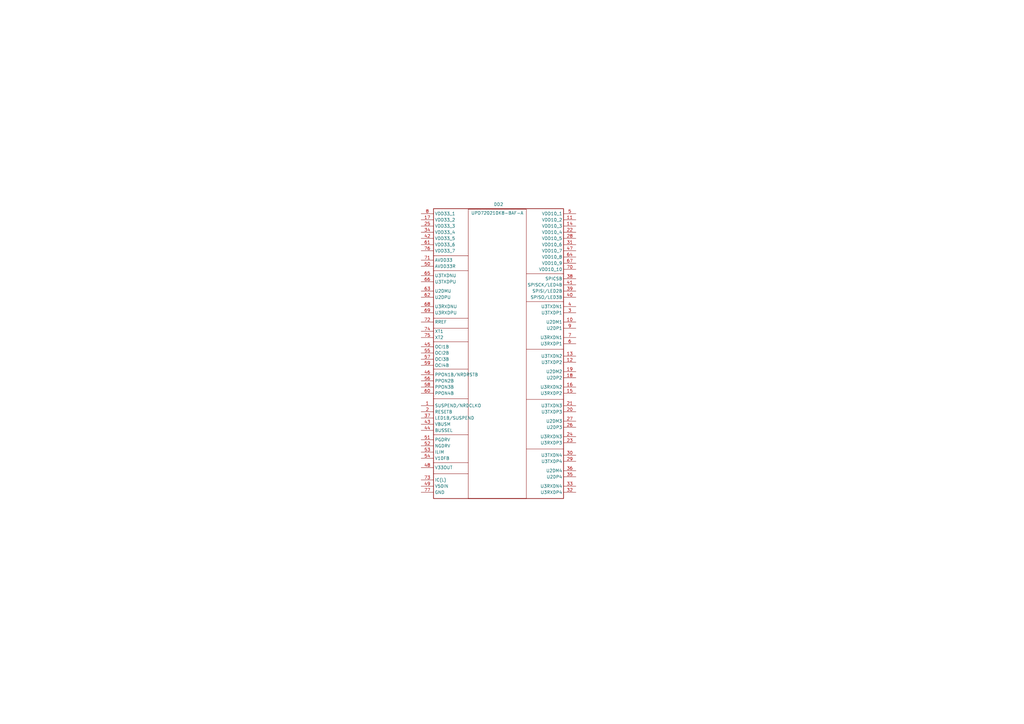
<source format=kicad_sch>
(kicad_sch (version 20250114) (generator "eeschema") (generator_version "9.0")
  (paper "A3")
  (lib_symbols
    (symbol "UPD720210K8-BAF-A:UPD720210K8-BAF-A"
      (property "Reference" "DD" (at 30.48 53.086 0))
      (property "Value" "UPD720210K8-BAF-A" (at 23.622 -69.088 0))
      (symbol "UPD720210K8-BAF-A_1_1"
        (rectangle (start 5.08 50.292) (end 58.42 -68.58) (stroke (width 0.254)))
        (polyline (pts (xy 5.08 30.988) (xy 19.304 30.988)))
        (polyline (pts (xy 5.08 24.892) (xy 19.304 24.892)))
        (polyline (pts (xy 5.08 5.334) (xy 19.304 5.334)))
        (polyline (pts (xy 5.08 1.27) (xy 19.304 1.27)))
        (polyline (pts (xy 5.08 -4.318) (xy 19.304 -4.318)))
        (polyline (pts (xy 5.08 -15.494) (xy 19.304 -15.494)))
        (polyline (pts (xy 5.08 -27.686) (xy 19.304 -27.686)))
        (polyline (pts (xy 5.08 -42.418) (xy 19.304 -42.418)))
        (polyline (pts (xy 5.08 -53.848) (xy 19.304 -53.848)))
        (polyline (pts (xy 5.08 -58.42) (xy 19.304 -58.42)))
        (rectangle (start 19.304 50.038) (end 43.18 -68.58))
        (polyline (pts (xy 43.18 23.622) (xy 58.42 23.622)))
        (polyline (pts (xy 43.18 12.192) (xy 58.42 12.192)))
        (polyline (pts (xy 43.18 -7.366) (xy 58.42 -7.366)))
        (polyline (pts (xy 43.18 -27.94) (xy 58.42 -27.94)))
        (polyline (pts (xy 43.18 -48.26) (xy 58.42 -48.26)))
        (pin passive line (at 0 48.26 0) (length 5.08) (name "VDD33_1") (number "8"))
        (pin passive line (at 0 45.72 0) (length 5.08) (name "VDD33_2") (number "17"))
        (pin passive line (at 0 43.18 0) (length 5.08) (name "VDD33_3") (number "25"))
        (pin passive line (at 0 40.64 0) (length 5.08) (name "VDD33_4") (number "34"))
        (pin passive line (at 0 38.1 0) (length 5.08) (name "VDD33_5") (number "42"))
        (pin passive line (at 0 35.56 0) (length 5.08) (name "VDD33_6") (number "61"))
        (pin passive line (at 0 33.02 0) (length 5.08) (name "VDD33_7") (number "76"))
        (pin passive line (at 0 29.21 0) (length 5.08) (name "AVDD33") (number "71"))
        (pin passive line (at 0 26.67 0) (length 5.08) (name "AVDD33R") (number "50"))
        (pin passive line (at 0 22.86 0) (length 5.08) (name "U3TXDNU") (number "65"))
        (pin passive line (at 0 20.32 0) (length 5.08) (name "U3TXDPU") (number "66"))
        (pin passive line (at 0 16.51 0) (length 5.08) (name "U2DMU") (number "63"))
        (pin passive line (at 0 13.97 0) (length 5.08) (name "U2DPU") (number "62"))
        (pin passive line (at 0 10.16 0) (length 5.08) (name "U3RXDNU") (number "68"))
        (pin passive line (at 0 7.62 0) (length 5.08) (name "U3RXDPU") (number "69"))
        (pin passive line (at 0 3.81 0) (length 5.08) (name "RREF") (number "72"))
        (pin passive line (at 0 0 0) (length 5.08) (name "XT1") (number "74"))
        (pin passive line (at 0 -2.54 0) (length 5.08) (name "XT2") (number "75"))
        (pin passive line (at 0 -6.35 0) (length 5.08) (name "OCI1B") (number "45"))
        (pin passive line (at 0 -8.89 0) (length 5.08) (name "OCI2B") (number "55"))
        (pin passive line (at 0 -11.43 0) (length 5.08) (name "OCI3B") (number "57"))
        (pin passive line (at 0 -13.97 0) (length 5.08) (name "OCI4B") (number "59"))
        (pin passive line (at 0 -17.78 0) (length 5.08) (name "PPON1B/NRDRSTB") (number "46"))
        (pin passive line (at 0 -20.32 0) (length 5.08) (name "PPON2B") (number "56"))
        (pin passive line (at 0 -22.86 0) (length 5.08) (name "PPON3B") (number "58"))
        (pin passive line (at 0 -25.4 0) (length 5.08) (name "PPON4B") (number "60"))
        (pin passive line (at 0 -30.48 0) (length 5.08) (name "SUSPEND/NRDCLKO") (number "1"))
        (pin passive line (at 0 -33.02 0) (length 5.08) (name "RESETB") (number "2"))
        (pin passive line (at 0 -35.56 0) (length 5.08) (name "LED1B/SUSPEND") (number "37"))
        (pin passive line (at 0 -38.1 0) (length 5.08) (name "VBUSM") (number "43"))
        (pin passive line (at 0 -40.64 0) (length 5.08) (name "BUSSEL") (number "44"))
        (pin passive line (at 0 -44.45 0) (length 5.08) (name "PGDRV") (number "51"))
        (pin passive line (at 0 -46.99 0) (length 5.08) (name "NGDRV") (number "52"))
        (pin passive line (at 0 -49.53 0) (length 5.08) (name "ILIM") (number "53"))
        (pin passive line (at 0 -52.07 0) (length 5.08) (name "V10FB") (number "54"))
        (pin passive line (at 0 -55.88 0) (length 5.08) (name "V33OUT") (number "48"))
        (pin passive line (at 0 -60.96 0) (length 5.08) (name "IC(L)") (number "73"))
        (pin passive line (at 0 -63.5 0) (length 5.08) (name "V50IN") (number "49"))
        (pin passive line (at 0 -66.04 0) (length 5.08) (name "GND") (number "77"))
        (pin passive line (at 63.5 48.26 180) (length 5.08) (name "VDD10_1") (number "5"))
        (pin passive line (at 63.5 45.72 180) (length 5.08) (name "VDD10_2") (number "11"))
        (pin passive line (at 63.5 43.18 180) (length 5.08) (name "VDD10_3") (number "14"))
        (pin passive line (at 63.5 40.64 180) (length 5.08) (name "VDD10_4") (number "22"))
        (pin passive line (at 63.5 38.1 180) (length 5.08) (name "VDD10_5") (number "28"))
        (pin passive line (at 63.5 35.56 180) (length 5.08) (name "VDD10_6") (number "31"))
        (pin passive line (at 63.5 33.02 180) (length 5.08) (name "VDD10_7") (number "47"))
        (pin passive line (at 63.5 30.48 180) (length 5.08) (name "VDD10_8") (number "64"))
        (pin passive line (at 63.5 27.94 180) (length 5.08) (name "VDD10_9") (number "67"))
        (pin passive line (at 63.5 25.4 180) (length 5.08) (name "VDD10_10") (number "70"))
        (pin passive line (at 63.5 21.59 180) (length 5.08) (name "SPICSB") (number "38"))
        (pin passive line (at 63.5 19.05 180) (length 5.08) (name "SPISCK/LED4B") (number "41"))
        (pin passive line (at 63.5 16.51 180) (length 5.08) (name "SPISI/LED2B") (number "39"))
        (pin passive line (at 63.5 13.97 180) (length 5.08) (name "SPISO/LED3B") (number "40"))
        (pin passive line (at 63.5 10.16 180) (length 5.08) (name "U3TXDN1") (number "4"))
        (pin passive line (at 63.5 7.62 180) (length 5.08) (name "U3TXDP1") (number "3"))
        (pin passive line (at 63.5 3.81 180) (length 5.08) (name "U2DM1") (number "10"))
        (pin passive line (at 63.5 1.27 180) (length 5.08) (name "U2DP1") (number "9"))
        (pin passive line (at 63.5 -2.54 180) (length 5.08) (name "U3RXDN1") (number "7"))
        (pin passive line (at 63.5 -5.08 180) (length 5.08) (name "U3RXDP1") (number "6"))
        (pin passive line (at 63.5 -10.16 180) (length 5.08) (name "U3TXDN2") (number "13"))
        (pin passive line (at 63.5 -12.7 180) (length 5.08) (name "U3TXDP2") (number "12"))
        (pin passive line (at 63.5 -16.51 180) (length 5.08) (name "U2DM2") (number "19"))
        (pin passive line (at 63.5 -19.05 180) (length 5.08) (name "U2DP2") (number "18"))
        (pin passive line (at 63.5 -22.86 180) (length 5.08) (name "U3RXDN2") (number "16"))
        (pin passive line (at 63.5 -25.4 180) (length 5.08) (name "U3RXDP2") (number "15"))
        (pin passive line (at 63.5 -30.48 180) (length 5.08) (name "U3TXDN3") (number "21"))
        (pin passive line (at 63.5 -33.02 180) (length 5.08) (name "U3TXDP3") (number "20"))
        (pin passive line (at 63.5 -36.83 180) (length 5.08) (name "U2DM3") (number "27"))
        (pin passive line (at 63.5 -39.37 180) (length 5.08) (name "U2DP3") (number "26"))
        (pin passive line (at 63.5 -43.18 180) (length 5.08) (name "U3RXDN3") (number "24"))
        (pin passive line (at 63.5 -45.72 180) (length 5.08) (name "U3RXDP3") (number "23"))
        (pin passive line (at 63.5 -50.8 180) (length 5.08) (name "U3TXDN4") (number "30"))
        (pin passive line (at 63.5 -53.34 180) (length 5.08) (name "U3TXDP4") (number "29"))
        (pin passive line (at 63.5 -57.15 180) (length 5.08) (name "U2DM4") (number "36"))
        (pin passive line (at 63.5 -59.69 180) (length 5.08) (name "U2DP4") (number "35"))
        (pin passive line (at 63.5 -63.5 180) (length 5.08) (name "U3RXDN4") (number "33"))
        (pin passive line (at 63.5 -66.04 180) (length 5.08) (name "U3RXDP4") (number "32"))
      )
    )
  )
  (symbol (lib_id "UPD720210K8-BAF-A:UPD720210K8-BAF-A") (at 172.72 135.89 0) (unit 1)
    (property "Reference" "DD2" (at 204.47 83.82 0))
    (property "Value" "UPD720210K8-BAF-A" (at 203.962 87.376 0))
    (property "Footprint" "Package_DFN_QFN:QFN-76-1EP_9x9mm_P0.4mm_EP5.81x6.31mm" (effects (hide yes)))
    (property "Datasheet" "https://media.digikey.com/pdf/Data%20Sheets/~No%20Display/Renesas%20PDFs/uPD720210_DS.pdf" (effects (hide yes)))
    (property "Description" "The PD720210 is a 4-Port USB 3.0 hub controller, which complies with Universal Serial Bus 3.0 Specification and is 100% compatible with Renesas industry-standard host controllers. The controller provides four downstream USB ports. Each of these ports supports is fully backward compatible with all previous versions of USB, LS (Low-Speed) / FS (Full-Speed) / HS (High-Speed) / SS (SuperSpeed) operation.uPD720210 comes in a 76-pin QFN package. A few of the benefits that this device provides to system designer" (effects (hide yes)))
    (property "Height" "0.9" (effects (hide yes)))
    (property "Manufacturer_Name" "Renesas Electronics" (effects (hide yes)))
    (property "Manufacturer_Part_Number" "UPD720210K8-BAF-A" (effects (hide yes)))
    (property "Mouser Part Number" "968-UPD720210K8BAFA" (effects (hide yes)))
    (property "Mouser Price/Stock" "https://www.mouser.co.uk/ProductDetail/Renesas-Electronics/UPD720210K8-BAF-A?qs=ZVKuL1Ob8AsZ2EpJ%252BfgVCw%3D%3D" (effects (hide yes)))
    (property "Arrow Part Number" "UPD720210K8-BAF-A" (effects (hide yes)))
    (property "Arrow Price/Stock" "https://www.arrow.com/en/products/upd720210k8-baf-a/renesas-electronics" (effects (hide yes)))
  )
)
</source>
